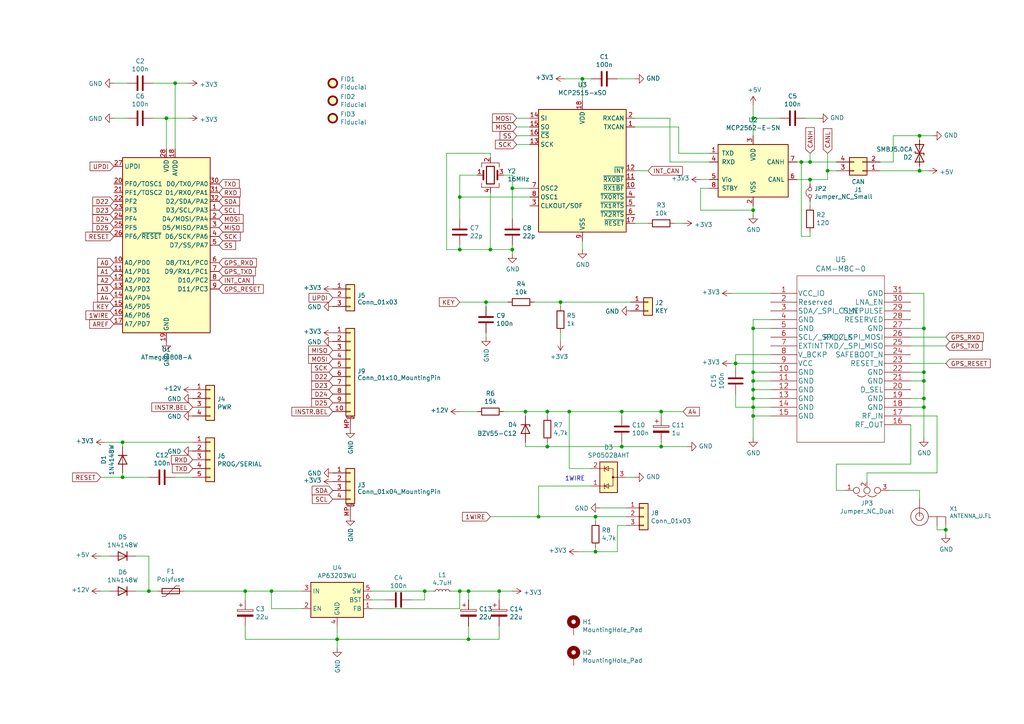
<source format=kicad_sch>
(kicad_sch (version 20230121) (generator eeschema)
  (paper "A4")
  (title_block (title "CAN Display") (date "2021-03-12") (rev "0.5.1") (company "fiz-o-matic"))
  (junction (at 191.77 119.38))
  (junction (at 218.44 34.29))
  (junction (at 165.1 119.38))
  (junction (at 97.79 185.42))
  (junction (at 218.44 60.96))
  (junction (at 144.78 171.45))
  (junction (at 267.97 107.95))
  (junction (at 158.75 129.54))
  (junction (at 191.77 129.54))
  (junction (at 168.91 22.86))
  (junction (at 148.59 72.39))
  (junction (at 274.32 153.67))
  (junction (at 234.95 52.07))
  (junction (at 123.19 171.45))
  (junction (at 135.89 185.42))
  (junction (at 218.44 115.57))
  (junction (at 267.97 118.11))
  (junction (at 218.44 95.25))
  (junction (at 135.89 171.45))
  (junction (at 133.35 72.39))
  (junction (at 43.18 171.45))
  (junction (at 162.56 87.63))
  (junction (at 35.56 128.27))
  (junction (at 71.12 171.45))
  (junction (at 267.97 95.25))
  (junction (at 218.44 107.95))
  (junction (at 152.4 119.38))
  (junction (at 267.97 110.49))
  (junction (at 156.21 149.86))
  (junction (at 142.24 72.39))
  (junction (at 48.26 34.29))
  (junction (at 133.35 171.45))
  (junction (at 78.74 171.45))
  (junction (at 213.36 105.41))
  (junction (at 172.72 160.02))
  (junction (at 266.7 39.37))
  (junction (at 50.8 24.13))
  (junction (at 180.34 119.38))
  (junction (at 158.75 119.38))
  (junction (at 133.35 57.15))
  (junction (at 232.41 46.99))
  (junction (at 180.34 129.54))
  (junction (at 218.44 113.03))
  (junction (at 172.72 149.86))
  (junction (at 148.59 54.61))
  (junction (at 234.95 46.99))
  (junction (at 240.03 49.53))
  (junction (at 218.44 110.49))
  (junction (at 218.44 120.65))
  (junction (at 267.97 115.57))
  (junction (at 140.97 87.63))
  (junction (at 218.44 118.11))
  (junction (at 35.56 138.43))
  (junction (at 266.7 49.53))
  (wire (pts (xy 196.85 44.45) (xy 205.74 44.45)))
  (wire (pts (xy 29.21 161.29) (xy 31.75 161.29)))
  (wire (pts (xy 35.56 137.16) (xy 35.56 138.43)))
  (wire (pts (xy 142.24 55.88) (xy 142.24 72.39)))
  (wire (pts (xy 148.59 50.8) (xy 148.59 54.61)))
  (wire (pts (xy 257.81 142.24) (xy 266.7 142.24)))
  (wire (pts (xy 234.95 46.99) (xy 242.57 46.99)))
  (wire (pts (xy 97.79 185.42) (xy 135.89 185.42)))
  (wire (pts (xy 133.35 176.53) (xy 133.35 171.45)))
  (wire (pts (xy 142.24 149.86) (xy 156.21 149.86)))
  (wire (pts (xy 35.56 138.43) (xy 43.18 138.43)))
  (wire (pts (xy 259.08 46.99) (xy 259.08 39.37)))
  (wire (pts (xy 267.97 110.49) (xy 267.97 115.57)))
  (wire (pts (xy 264.16 110.49) (xy 267.97 110.49)))
  (wire (pts (xy 271.78 153.67) (xy 274.32 153.67)))
  (wire (pts (xy 156.21 149.86) (xy 156.21 140.97)))
  (wire (pts (xy 163.83 22.86) (xy 168.91 22.86)))
  (wire (pts (xy 149.86 41.91) (xy 153.67 41.91)))
  (wire (pts (xy 123.19 173.99) (xy 123.19 171.45)))
  (wire (pts (xy 162.56 96.52) (xy 162.56 99.06)))
  (wire (pts (xy 264.16 118.11) (xy 267.97 118.11)))
  (wire (pts (xy 133.35 57.15) (xy 153.67 57.15)))
  (wire (pts (xy 149.86 39.37) (xy 153.67 39.37)))
  (wire (pts (xy 203.2 60.96) (xy 218.44 60.96)))
  (wire (pts (xy 259.08 39.37) (xy 266.7 39.37)))
  (wire (pts (xy 271.78 137.16) (xy 271.78 120.65)))
  (wire (pts (xy 172.72 149.86) (xy 181.61 149.86)))
  (wire (pts (xy 213.36 105.41) (xy 213.36 106.68)))
  (wire (pts (xy 172.72 151.13) (xy 172.72 149.86)))
  (wire (pts (xy 213.36 114.3) (xy 213.36 118.11)))
  (wire (pts (xy 152.4 120.65) (xy 152.4 119.38)))
  (wire (pts (xy 271.78 120.65) (xy 264.16 120.65)))
  (wire (pts (xy 154.94 87.63) (xy 162.56 87.63)))
  (wire (pts (xy 144.78 185.42) (xy 144.78 181.61)))
  (wire (pts (xy 133.35 119.38) (xy 138.43 119.38)))
  (wire (pts (xy 242.57 134.62) (xy 242.57 142.24)))
  (wire (pts (xy 165.1 135.89) (xy 171.45 135.89)))
  (wire (pts (xy 266.7 40.64) (xy 266.7 39.37)))
  (wire (pts (xy 195.58 64.77) (xy 198.12 64.77)))
  (wire (pts (xy 30.48 128.27) (xy 35.56 128.27)))
  (wire (pts (xy 44.45 24.13) (xy 50.8 24.13)))
  (wire (pts (xy 142.24 44.45) (xy 129.54 44.45)))
  (wire (pts (xy 213.36 105.41) (xy 212.09 105.41)))
  (wire (pts (xy 218.44 92.71) (xy 218.44 95.25)))
  (wire (pts (xy 264.16 123.19) (xy 264.16 134.62)))
  (wire (pts (xy 158.75 120.65) (xy 158.75 119.38)))
  (wire (pts (xy 71.12 171.45) (xy 78.74 171.45)))
  (wire (pts (xy 148.59 54.61) (xy 153.67 54.61)))
  (wire (pts (xy 269.24 49.53) (xy 266.7 49.53)))
  (wire (pts (xy 39.37 171.45) (xy 43.18 171.45)))
  (wire (pts (xy 148.59 63.5) (xy 148.59 54.61)))
  (wire (pts (xy 267.97 118.11) (xy 267.97 127)))
  (wire (pts (xy 264.16 115.57) (xy 267.97 115.57)))
  (wire (pts (xy 203.2 52.07) (xy 205.74 52.07)))
  (wire (pts (xy 223.52 120.65) (xy 218.44 120.65)))
  (wire (pts (xy 233.68 34.29) (xy 237.49 34.29)))
  (wire (pts (xy 213.36 102.87) (xy 223.52 102.87)))
  (wire (pts (xy 218.44 107.95) (xy 218.44 110.49)))
  (wire (pts (xy 191.77 119.38) (xy 198.12 119.38)))
  (wire (pts (xy 50.8 24.13) (xy 50.8 43.18)))
  (wire (pts (xy 274.32 152.4) (xy 274.32 153.67)))
  (wire (pts (xy 218.44 120.65) (xy 218.44 127)))
  (wire (pts (xy 33.02 24.13) (xy 36.83 24.13)))
  (wire (pts (xy 78.74 176.53) (xy 78.74 171.45)))
  (wire (pts (xy 50.8 138.43) (xy 55.88 138.43)))
  (wire (pts (xy 156.21 149.86) (xy 172.72 149.86)))
  (wire (pts (xy 234.95 68.58) (xy 234.95 67.31)))
  (wire (pts (xy 172.72 158.75) (xy 172.72 160.02)))
  (wire (pts (xy 146.05 50.8) (xy 148.59 50.8)))
  (wire (pts (xy 148.59 72.39) (xy 148.59 73.66)))
  (wire (pts (xy 184.15 49.53) (xy 187.96 49.53)))
  (wire (pts (xy 194.31 46.99) (xy 205.74 46.99)))
  (wire (pts (xy 172.72 160.02) (xy 179.07 160.02)))
  (wire (pts (xy 203.2 54.61) (xy 203.2 60.96)))
  (wire (pts (xy 71.12 171.45) (xy 71.12 173.99)))
  (wire (pts (xy 129.54 72.39) (xy 133.35 72.39)))
  (wire (pts (xy 223.52 105.41) (xy 213.36 105.41)))
  (wire (pts (xy 133.35 63.5) (xy 133.35 57.15)))
  (wire (pts (xy 167.64 160.02) (xy 172.72 160.02)))
  (wire (pts (xy 223.52 118.11) (xy 218.44 118.11)))
  (wire (pts (xy 232.41 46.99) (xy 234.95 46.99)))
  (wire (pts (xy 218.44 113.03) (xy 218.44 115.57)))
  (wire (pts (xy 251.46 139.7) (xy 251.46 137.16)))
  (wire (pts (xy 264.16 95.25) (xy 267.97 95.25)))
  (wire (pts (xy 194.31 34.29) (xy 194.31 46.99)))
  (wire (pts (xy 133.35 171.45) (xy 130.81 171.45)))
  (wire (pts (xy 264.16 134.62) (xy 242.57 134.62)))
  (wire (pts (xy 35.56 128.27) (xy 55.88 128.27)))
  (wire (pts (xy 168.91 69.85) (xy 168.91 72.39)))
  (wire (pts (xy 184.15 64.77) (xy 187.96 64.77)))
  (wire (pts (xy 149.86 36.83) (xy 153.67 36.83)))
  (wire (pts (xy 133.35 171.45) (xy 135.89 171.45)))
  (wire (pts (xy 232.41 46.99) (xy 232.41 68.58)))
  (wire (pts (xy 218.44 95.25) (xy 218.44 107.95)))
  (wire (pts (xy 240.03 52.07) (xy 240.03 49.53)))
  (wire (pts (xy 180.34 128.27) (xy 180.34 129.54)))
  (wire (pts (xy 152.4 128.27) (xy 152.4 129.54)))
  (wire (pts (xy 242.57 142.24) (xy 245.11 142.24)))
  (wire (pts (xy 158.75 128.27) (xy 158.75 129.54)))
  (wire (pts (xy 48.26 34.29) (xy 54.61 34.29)))
  (wire (pts (xy 97.79 185.42) (xy 97.79 187.96)))
  (wire (pts (xy 44.45 34.29) (xy 48.26 34.29)))
  (wire (pts (xy 234.95 59.69) (xy 234.95 58.42)))
  (wire (pts (xy 158.75 129.54) (xy 180.34 129.54)))
  (wire (pts (xy 180.34 120.65) (xy 180.34 119.38)))
  (wire (pts (xy 179.07 22.86) (xy 184.15 22.86)))
  (wire (pts (xy 180.34 119.38) (xy 191.77 119.38)))
  (wire (pts (xy 39.37 161.29) (xy 43.18 161.29)))
  (wire (pts (xy 223.52 115.57) (xy 218.44 115.57)))
  (wire (pts (xy 162.56 88.9) (xy 162.56 87.63)))
  (wire (pts (xy 135.89 181.61) (xy 135.89 185.42)))
  (wire (pts (xy 191.77 120.65) (xy 191.77 119.38)))
  (wire (pts (xy 140.97 88.9) (xy 140.97 87.63)))
  (wire (pts (xy 152.4 129.54) (xy 158.75 129.54)))
  (wire (pts (xy 173.99 147.32) (xy 181.61 147.32)))
  (wire (pts (xy 168.91 29.21) (xy 168.91 22.86)))
  (wire (pts (xy 158.75 119.38) (xy 165.1 119.38)))
  (wire (pts (xy 266.7 39.37) (xy 270.51 39.37)))
  (wire (pts (xy 212.09 85.09) (xy 223.52 85.09)))
  (wire (pts (xy 266.7 48.26) (xy 266.7 49.53)))
  (wire (pts (xy 266.7 142.24) (xy 266.7 144.78)))
  (wire (pts (xy 142.24 72.39) (xy 148.59 72.39)))
  (wire (pts (xy 205.74 54.61) (xy 203.2 54.61)))
  (wire (pts (xy 234.95 52.07) (xy 240.03 52.07)))
  (wire (pts (xy 171.45 22.86) (xy 168.91 22.86)))
  (wire (pts (xy 223.52 113.03) (xy 218.44 113.03)))
  (wire (pts (xy 107.95 173.99) (xy 111.76 173.99)))
  (wire (pts (xy 240.03 44.45) (xy 240.03 49.53)))
  (wire (pts (xy 218.44 30.48) (xy 218.44 34.29)))
  (wire (pts (xy 53.34 171.45) (xy 71.12 171.45)))
  (wire (pts (xy 231.14 52.07) (xy 234.95 52.07)))
  (wire (pts (xy 196.85 36.83) (xy 196.85 44.45)))
  (wire (pts (xy 107.95 176.53) (xy 133.35 176.53)))
  (wire (pts (xy 162.56 87.63) (xy 182.88 87.63)))
  (wire (pts (xy 33.02 34.29) (xy 36.83 34.29)))
  (wire (pts (xy 152.4 119.38) (xy 158.75 119.38)))
  (wire (pts (xy 264.16 85.09) (xy 267.97 85.09)))
  (wire (pts (xy 135.89 171.45) (xy 144.78 171.45)))
  (wire (pts (xy 78.74 171.45) (xy 87.63 171.45)))
  (wire (pts (xy 29.21 138.43) (xy 35.56 138.43)))
  (wire (pts (xy 223.52 107.95) (xy 218.44 107.95)))
  (wire (pts (xy 133.35 87.63) (xy 140.97 87.63)))
  (wire (pts (xy 267.97 107.95) (xy 267.97 110.49)))
  (wire (pts (xy 213.36 118.11) (xy 218.44 118.11)))
  (wire (pts (xy 43.18 171.45) (xy 45.72 171.45)))
  (wire (pts (xy 218.44 60.96) (xy 218.44 62.23)))
  (wire (pts (xy 180.34 129.54) (xy 191.77 129.54)))
  (wire (pts (xy 274.32 100.33) (xy 264.16 100.33)))
  (wire (pts (xy 218.44 110.49) (xy 218.44 113.03)))
  (wire (pts (xy 232.41 68.58) (xy 234.95 68.58)))
  (wire (pts (xy 184.15 36.83) (xy 196.85 36.83)))
  (wire (pts (xy 129.54 44.45) (xy 129.54 72.39)))
  (wire (pts (xy 267.97 85.09) (xy 267.97 95.25)))
  (wire (pts (xy 142.24 45.72) (xy 142.24 44.45)))
  (wire (pts (xy 123.19 171.45) (xy 125.73 171.45)))
  (wire (pts (xy 71.12 181.61) (xy 71.12 185.42)))
  (wire (pts (xy 181.61 138.43) (xy 184.15 138.43)))
  (wire (pts (xy 107.95 171.45) (xy 123.19 171.45)))
  (wire (pts (xy 255.27 46.99) (xy 259.08 46.99)))
  (wire (pts (xy 35.56 129.54) (xy 35.56 128.27)))
  (wire (pts (xy 271.78 152.4) (xy 271.78 153.67)))
  (wire (pts (xy 213.36 105.41) (xy 213.36 102.87)))
  (wire (pts (xy 87.63 176.53) (xy 78.74 176.53)))
  (wire (pts (xy 267.97 115.57) (xy 267.97 118.11)))
  (wire (pts (xy 234.95 44.45) (xy 234.95 46.99)))
  (wire (pts (xy 119.38 173.99) (xy 123.19 173.99)))
  (wire (pts (xy 165.1 119.38) (xy 180.34 119.38)))
  (wire (pts (xy 144.78 171.45) (xy 148.59 171.45)))
  (wire (pts (xy 140.97 87.63) (xy 147.32 87.63)))
  (wire (pts (xy 240.03 49.53) (xy 242.57 49.53)))
  (wire (pts (xy 140.97 96.52) (xy 140.97 97.79)))
  (wire (pts (xy 191.77 129.54) (xy 199.39 129.54)))
  (wire (pts (xy 179.07 160.02) (xy 179.07 152.4)))
  (wire (pts (xy 146.05 119.38) (xy 152.4 119.38)))
  (wire (pts (xy 274.32 97.79) (xy 264.16 97.79)))
  (wire (pts (xy 251.46 137.16) (xy 271.78 137.16)))
  (wire (pts (xy 71.12 185.42) (xy 97.79 185.42)))
  (wire (pts (xy 156.21 140.97) (xy 171.45 140.97)))
  (wire (pts (xy 218.44 118.11) (xy 218.44 120.65)))
  (wire (pts (xy 264.16 107.95) (xy 267.97 107.95)))
  (wire (pts (xy 223.52 110.49) (xy 218.44 110.49)))
  (wire (pts (xy 48.26 34.29) (xy 48.26 43.18)))
  (wire (pts (xy 138.43 50.8) (xy 133.35 50.8)))
  (wire (pts (xy 135.89 171.45) (xy 135.89 173.99)))
  (wire (pts (xy 274.32 153.67) (xy 274.32 154.94)))
  (wire (pts (xy 133.35 50.8) (xy 133.35 57.15)))
  (wire (pts (xy 274.32 105.41) (xy 264.16 105.41)))
  (wire (pts (xy 144.78 171.45) (xy 144.78 173.99)))
  (wire (pts (xy 223.52 95.25) (xy 218.44 95.25)))
  (wire (pts (xy 149.86 34.29) (xy 153.67 34.29)))
  (wire (pts (xy 191.77 128.27) (xy 191.77 129.54)))
  (wire (pts (xy 255.27 49.53) (xy 266.7 49.53)))
  (wire (pts (xy 218.44 59.69) (xy 218.44 60.96)))
  (wire (pts (xy 218.44 115.57) (xy 218.44 118.11)))
  (wire (pts (xy 97.79 181.61) (xy 97.79 185.42)))
  (wire (pts (xy 231.14 46.99) (xy 232.41 46.99)))
  (wire (pts (xy 43.18 161.29) (xy 43.18 171.45)))
  (wire (pts (xy 148.59 71.12) (xy 148.59 72.39)))
  (wire (pts (xy 223.52 92.71) (xy 218.44 92.71)))
  (wire (pts (xy 135.89 185.42) (xy 144.78 185.42)))
  (wire (pts (xy 165.1 119.38) (xy 165.1 135.89)))
  (wire (pts (xy 234.95 53.34) (xy 234.95 52.07)))
  (wire (pts (xy 50.8 24.13) (xy 54.61 24.13)))
  (wire (pts (xy 218.44 34.29) (xy 218.44 39.37)))
  (wire (pts (xy 133.35 72.39) (xy 142.24 72.39)))
  (wire (pts (xy 133.35 71.12) (xy 133.35 72.39)))
  (wire (pts (xy 29.21 171.45) (xy 31.75 171.45)))
  (wire (pts (xy 267.97 95.25) (xy 267.97 107.95)))
  (wire (pts (xy 226.06 34.29) (xy 218.44 34.29)))
  (wire (pts (xy 179.07 152.4) (xy 181.61 152.4)))
  (wire (pts (xy 184.15 34.29) (xy 194.31 34.29)))
  (text "1WIRE" (at 163.83 139.7 0) (effects (font (size 1.27 1.27)) (justify left bottom)))
  (global_label "1WIRE" (shape input) (at 142.24 149.86 180) (property "Intersheetrefs" "${INTERSHEET_REFS}" (effects hide)))
  (global_label "MISO" (shape input) (at 149.86 36.83 180) (property "Intersheetrefs" "${INTERSHEET_REFS}" (effects hide)))
  (global_label "MISO" (shape input) (at 96.52 101.6 180) (property "Intersheetrefs" "${INTERSHEET_REFS}" (effects hide)))
  (global_label "RXD" (shape input) (at 63.5 55.88 0) (property "Intersheetrefs" "${INTERSHEET_REFS}" (effects hide)))
  (global_label "UPDI" (shape input) (at 33.02 48.26 180) (property "Intersheetrefs" "${INTERSHEET_REFS}" (effects hide)))
  (global_label "KEY" (shape input) (at 133.35 87.63 180) (property "Intersheetrefs" "${INTERSHEET_REFS}" (effects hide)))
  (global_label "INT_CAN" (shape input) (at 63.5 81.28 0) (property "Intersheetrefs" "${INTERSHEET_REFS}" (effects hide)))
  (global_label "TXD" (shape input) (at 55.88 135.89 180) (property "Intersheetrefs" "${INTERSHEET_REFS}" (effects hide)))
  (global_label "RESET" (shape input) (at 33.02 68.58 180) (property "Intersheetrefs" "${INTERSHEET_REFS}" (effects hide)))
  (global_label "INSTR.BEL" (shape input) (at 96.52 119.38 180) (property "Intersheetrefs" "${INTERSHEET_REFS}" (effects hide)))
  (global_label "A4" (shape input) (at 198.12 119.38 0) (property "Intersheetrefs" "${INTERSHEET_REFS}" (effects hide)))
  (global_label "AREF" (shape input) (at 33.02 93.98 180) (property "Intersheetrefs" "${INTERSHEET_REFS}" (effects hide)))
  (global_label "D23" (shape input) (at 96.52 111.76 180) (property "Intersheetrefs" "${INTERSHEET_REFS}" (effects hide)))
  (global_label "SS" (shape input) (at 149.86 39.37 180) (property "Intersheetrefs" "${INTERSHEET_REFS}" (effects hide)))
  (global_label "MOSI" (shape input) (at 96.52 104.14 180) (property "Intersheetrefs" "${INTERSHEET_REFS}" (effects hide)))
  (global_label "D25" (shape input) (at 96.52 116.84 180) (property "Intersheetrefs" "${INTERSHEET_REFS}" (effects hide)))
  (global_label "A0" (shape input) (at 33.02 76.2 180) (property "Intersheetrefs" "${INTERSHEET_REFS}" (effects hide)))
  (global_label "MISO" (shape input) (at 63.5 66.04 0) (property "Intersheetrefs" "${INTERSHEET_REFS}" (effects hide)))
  (global_label "SCL" (shape input) (at 96.52 144.78 180) (property "Intersheetrefs" "${INTERSHEET_REFS}" (effects hide)))
  (global_label "A4" (shape input) (at 33.02 86.36 180) (property "Intersheetrefs" "${INTERSHEET_REFS}" (effects hide)))
  (global_label "D24" (shape input) (at 33.02 63.5 180) (property "Intersheetrefs" "${INTERSHEET_REFS}" (effects hide)))
  (global_label "D24" (shape input) (at 96.52 114.3 180) (property "Intersheetrefs" "${INTERSHEET_REFS}" (effects hide)))
  (global_label "SDA" (shape input) (at 63.5 58.42 0) (property "Intersheetrefs" "${INTERSHEET_REFS}" (effects hide)))
  (global_label "INT_CAN" (shape input) (at 187.96 49.53 0) (property "Intersheetrefs" "${INTERSHEET_REFS}" (effects hide)))
  (global_label "1WIRE" (shape input) (at 33.02 91.44 180) (property "Intersheetrefs" "${INTERSHEET_REFS}" (effects hide)))
  (global_label "SCL" (shape input) (at 63.5 60.96 0) (property "Intersheetrefs" "${INTERSHEET_REFS}" (effects hide)))
  (global_label "A3" (shape input) (at 33.02 83.82 180) (property "Intersheetrefs" "${INTERSHEET_REFS}" (effects hide)))
  (global_label "MOSI" (shape input) (at 149.86 34.29 180) (property "Intersheetrefs" "${INTERSHEET_REFS}" (effects hide)))
  (global_label "SCK" (shape input) (at 63.5 68.58 0) (property "Intersheetrefs" "${INTERSHEET_REFS}" (effects hide)))
  (global_label "SS" (shape input) (at 63.5 71.12 0) (property "Intersheetrefs" "${INTERSHEET_REFS}" (effects hide)))
  (global_label "UPDI" (shape input) (at 96.52 86.36 180) (property "Intersheetrefs" "${INTERSHEET_REFS}" (effects hide)))
  (global_label "SCK" (shape input) (at 149.86 41.91 180) (property "Intersheetrefs" "${INTERSHEET_REFS}" (effects hide)))
  (global_label "GPS_RXD" (shape input) (at 63.5 76.2 0) (property "Intersheetrefs" "${INTERSHEET_REFS}" (effects hide)))
  (global_label "D22" (shape input) (at 33.02 58.42 180) (property "Intersheetrefs" "${INTERSHEET_REFS}" (effects hide)))
  (global_label "CANL" (shape input) (at 240.03 44.45 90) (property "Intersheetrefs" "${INTERSHEET_REFS}" (effects hide)))
  (global_label "D22" (shape input) (at 96.52 109.22 180) (property "Intersheetrefs" "${INTERSHEET_REFS}" (effects hide)))
  (global_label "GPS_RESET" (shape input) (at 274.32 105.41 0) (property "Intersheetrefs" "${INTERSHEET_REFS}" (effects hide)))
  (global_label "RESET" (shape input) (at 29.21 138.43 180) (property "Intersheetrefs" "${INTERSHEET_REFS}" (effects hide)))
  (global_label "GPS_RESET" (shape input) (at 63.5 83.82 0) (property "Intersheetrefs" "${INTERSHEET_REFS}" (effects hide)))
  (global_label "TXD" (shape input) (at 63.5 53.34 0) (property "Intersheetrefs" "${INTERSHEET_REFS}" (effects hide)))
  (global_label "GPS_TXD" (shape input) (at 274.32 100.33 0) (property "Intersheetrefs" "${INTERSHEET_REFS}" (effects hide)))
  (global_label "SCK" (shape input) (at 96.52 106.68 180) (property "Intersheetrefs" "${INTERSHEET_REFS}" (effects hide)))
  (global_label "A1" (shape input) (at 33.02 78.74 180) (property "Intersheetrefs" "${INTERSHEET_REFS}" (effects hide)))
  (global_label "GPS_TXD" (shape input) (at 63.5 78.74 0) (property "Intersheetrefs" "${INTERSHEET_REFS}" (effects hide)))
  (global_label "CANH" (shape input) (at 234.95 44.45 90) (property "Intersheetrefs" "${INTERSHEET_REFS}" (effects hide)))
  (global_label "D23" (shape input) (at 33.02 60.96 180) (property "Intersheetrefs" "${INTERSHEET_REFS}" (effects hide)))
  (global_label "KEY" (shape input) (at 33.02 88.9 180) (property "Intersheetrefs" "${INTERSHEET_REFS}" (effects hide)))
  (global_label "RXD" (shape input) (at 55.88 133.35 180) (property "Intersheetrefs" "${INTERSHEET_REFS}" (effects hide)))
  (global_label "GPS_RXD" (shape input) (at 274.32 97.79 0) (property "Intersheetrefs" "${INTERSHEET_REFS}" (effects hide)))
  (global_label "D25" (shape input) (at 33.02 66.04 180) (property "Intersheetrefs" "${INTERSHEET_REFS}" (effects hide)))
  (global_label "MOSI" (shape input) (at 63.5 63.5 0) (property "Intersheetrefs" "${INTERSHEET_REFS}" (effects hide)))
  (global_label "A2" (shape input) (at 33.02 81.28 180) (property "Intersheetrefs" "${INTERSHEET_REFS}" (effects hide)))
  (global_label "INSTR.BEL" (shape input) (at 55.88 118.11 180) (property "Intersheetrefs" "${INTERSHEET_REFS}" (effects hide)))
  (global_label "SDA" (shape input) (at 96.52 142.24 180) (property "Intersheetrefs" "${INTERSHEET_REFS}" (effects hide)))
  (symbol (lib_id "Device:C") (at 148.59 67.31 0) (unit 1)
    (property "Reference" "C8" (at 151.511 66.1416 0) (effects (justify left)))
    (property "Value" "22p" (at 151.511 68.453 0) (effects (justify left)))
    (property "Footprint" "Capacitor_SMD:C_0805_2012Metric_Pad1.18x1.45mm_HandSolder" (effects hide))
  )
  (symbol (lib_id "Device:C") (at 133.35 67.31 0) (unit 1)
    (property "Reference" "C7" (at 136.271 66.1416 0) (effects (justify left)))
    (property "Value" "22p" (at 136.271 68.453 0) (effects (justify left)))
    (property "Footprint" "Capacitor_SMD:C_0805_2012Metric_Pad1.18x1.45mm_HandSolder" (effects hide))
  )
  (symbol (lib_id "power:+5V") (at 218.44 30.48 0) (unit 1)
    (property "Reference" "#PWR09" (effects hide))
    (property "Value" "+5V" (at 218.821 26.0858 0))
  )
  (symbol (lib_id "power:GND") (at 218.44 62.23 0) (unit 1)
    (property "Reference" "#PWR017" (effects hide))
    (property "Value" "GND" (at 218.567 66.6242 0))
  )
  (symbol (lib_id "power:GND") (at 168.91 72.39 0) (unit 1)
    (property "Reference" "#PWR019" (effects hide))
    (property "Value" "GND" (at 169.037 76.7842 0))
  )
  (symbol (lib_id "power:GND") (at 148.59 73.66 0) (unit 1)
    (property "Reference" "#PWR020" (effects hide))
    (property "Value" "GND" (at 148.717 78.0542 0))
  )
  (symbol (lib_id "Device:R") (at 234.95 63.5 0) (unit 1)
    (property "Reference" "R2" (at 236.728 62.3316 0) (effects (justify left)))
    (property "Value" "120" (at 236.728 64.643 0) (effects (justify left)))
    (property "Footprint" "Resistor_SMD:R_0805_2012Metric_Pad1.20x1.40mm_HandSolder" (effects hide))
  )
  (symbol (lib_id "SmartDisplay-rescue:Jumper_NC_Small-Device") (at 234.95 55.88 90) (unit 1)
    (property "Reference" "JP2" (at 236.1438 54.7116 90) (effects (justify right)))
    (property "Value" "Jumper_NC_Small" (at 236.1438 57.023 90) (effects (justify right)))
    (property "Footprint" "Jumper:SolderJumper-2_P1.3mm_Open_RoundedPad1.0x1.5mm" (effects hide))
  )
  (symbol (lib_id "Device:C") (at 46.99 138.43 270) (unit 1)
    (property "Reference" "C12" (at 46.99 132.0292 90))
    (property "Value" "100n" (at 46.99 134.3406 90))
    (property "Footprint" "Capacitor_SMD:C_0805_2012Metric_Pad1.18x1.45mm_HandSolder" (effects hide))
  )
  (symbol (lib_id "power:+5V") (at 269.24 49.53 270) (unit 1)
    (property "Reference" "#PWR015" (effects hide))
    (property "Value" "+5V" (at 272.4912 49.911 90) (effects (justify left)))
  )
  (symbol (lib_id "power:+12V") (at 55.88 113.03 90) (unit 1)
    (property "Reference" "#PWR025" (effects hide))
    (property "Value" "+12V" (at 52.6288 112.649 90) (effects (justify left)))
  )
  (symbol (lib_id "Device:C") (at 229.87 34.29 270) (unit 1)
    (property "Reference" "C5" (at 229.87 27.8892 90))
    (property "Value" "100n" (at 229.87 30.2006 90))
    (property "Footprint" "Capacitor_SMD:C_0805_2012Metric_Pad1.18x1.45mm_HandSolder" (effects hide))
  )
  (symbol (lib_id "Device:C") (at 175.26 22.86 270) (unit 1)
    (property "Reference" "C1" (at 175.26 16.4592 90))
    (property "Value" "100n" (at 175.26 18.7706 90))
    (property "Footprint" "Capacitor_SMD:C_0805_2012Metric_Pad1.18x1.45mm_HandSolder" (effects hide))
  )
  (symbol (lib_id "Device:C") (at 40.64 34.29 270) (unit 1)
    (property "Reference" "C6" (at 40.64 27.8892 90))
    (property "Value" "100n" (at 40.64 30.2006 90))
    (property "Footprint" "Capacitor_SMD:C_0805_2012Metric_Pad1.18x1.45mm_HandSolder" (effects hide))
  )
  (symbol (lib_id "power:GND") (at 48.26 99.06 0) (unit 1)
    (property "Reference" "#PWR012" (effects hide))
    (property "Value" "GND" (at 48.387 102.3112 90) (effects (justify right)))
  )
  (symbol (lib_id "power:GND") (at 184.15 22.86 90) (unit 1)
    (property "Reference" "#PWR08" (effects hide))
    (property "Value" "GND" (at 187.4012 22.733 90) (effects (justify right)))
  )
  (symbol (lib_id "power:GND") (at 237.49 34.29 90) (unit 1)
    (property "Reference" "#PWR011" (effects hide))
    (property "Value" "GND" (at 240.7412 34.163 90) (effects (justify right)))
  )
  (symbol (lib_id "power:GND") (at 55.88 120.65 270) (unit 1)
    (property "Reference" "#PWR029" (effects hide))
    (property "Value" "GND" (at 52.6288 120.777 90) (effects (justify right)))
  )
  (symbol (lib_id "Connector_Generic:Conn_02x02_Top_Bottom") (at 250.19 49.53 180) (unit 1)
    (property "Reference" "J1" (at 248.92 55.0418 0))
    (property "Value" "CAN" (at 248.92 52.7304 0))
    (property "Footprint" "Connector_Molex:Molex_Micro-Fit_3.0_43045-0412_2x02_P3.00mm_Vertical" (effects hide))
  )
  (symbol (lib_id "power:GND") (at 173.99 147.32 270) (unit 1)
    (property "Reference" "#PWR039" (effects hide))
    (property "Value" "GND" (at 170.7388 147.447 90) (effects (justify right)))
  )
  (symbol (lib_id "Device:R") (at 172.72 154.94 0) (unit 1)
    (property "Reference" "R8" (at 174.498 153.7716 0) (effects (justify left)))
    (property "Value" "4,7k" (at 174.498 156.083 0) (effects (justify left)))
    (property "Footprint" "Resistor_SMD:R_0805_2012Metric_Pad1.20x1.40mm_HandSolder" (effects hide))
  )
  (symbol (lib_id "Interface_CAN_LIN:MCP2562-E-SN") (at 218.44 49.53 0) (unit 1)
    (property "Reference" "U2" (at 218.44 34.7726 0))
    (property "Value" "MCP2562-E-SN" (at 218.44 37.084 0))
    (property "Footprint" "Package_SO:SOIC-8_3.9x4.9mm_P1.27mm" (effects hide))
    (property "Datasheet" "http://ww1.microchip.com/downloads/en/DeviceDoc/25167A.pdf" (effects hide))
  )
  (symbol (lib_id "Device:R") (at 191.77 64.77 270) (unit 1)
    (property "Reference" "R3" (at 191.77 59.5122 90))
    (property "Value" "10k" (at 191.77 61.8236 90))
    (property "Footprint" "Resistor_SMD:R_0805_2012Metric_Pad1.20x1.40mm_HandSolder" (effects hide))
  )
  (symbol (lib_id "Mechanical:MountingHole_Pad") (at 166.37 181.61 0) (unit 1)
    (property "Reference" "H1" (at 168.91 180.3654 0) (effects (justify left)))
    (property "Value" "MountingHole_Pad" (at 168.91 182.6768 0) (effects (justify left)))
    (property "Footprint" "MountingHole:MountingHole_3.2mm_M3_Pad_Via" (effects hide))
  )
  (symbol (lib_id "Mechanical:MountingHole_Pad") (at 166.37 190.5 0) (unit 1)
    (property "Reference" "H2" (at 168.91 189.2554 0) (effects (justify left)))
    (property "Value" "MountingHole_Pad" (at 168.91 191.5668 0) (effects (justify left)))
    (property "Footprint" "MountingHole:MountingHole_3.2mm_M3_Pad_Via" (effects hide))
  )
  (symbol (lib_id "Device:C") (at 140.97 92.71 0) (unit 1)
    (property "Reference" "C9" (at 143.891 91.5416 0) (effects (justify left)))
    (property "Value" "100n" (at 143.891 93.853 0) (effects (justify left)))
    (property "Footprint" "Capacitor_SMD:C_0805_2012Metric_Pad1.18x1.45mm_HandSolder" (effects hide))
  )
  (symbol (lib_id "Device:R") (at 151.13 87.63 270) (unit 1)
    (property "Reference" "R4" (at 151.13 82.3722 90))
    (property "Value" "10k" (at 151.13 84.6836 90))
    (property "Footprint" "Resistor_SMD:R_0805_2012Metric_Pad1.20x1.40mm_HandSolder" (effects hide))
  )
  (symbol (lib_id "Device:R") (at 162.56 92.71 0) (unit 1)
    (property "Reference" "R5" (at 164.338 91.5416 0) (effects (justify left)))
    (property "Value" "1k" (at 164.338 93.853 0) (effects (justify left)))
    (property "Footprint" "Resistor_SMD:R_0805_2012Metric_Pad1.20x1.40mm_HandSolder" (effects hide))
  )
  (symbol (lib_id "power:GND") (at 140.97 97.79 0) (unit 1)
    (property "Reference" "#PWR022" (effects hide))
    (property "Value" "GND" (at 141.097 101.0412 90) (effects (justify right)))
  )
  (symbol (lib_id "Device:R") (at 142.24 119.38 270) (unit 1)
    (property "Reference" "R6" (at 142.24 114.1222 90))
    (property "Value" "15k" (at 142.24 116.4336 90))
    (property "Footprint" "Resistor_SMD:R_0805_2012Metric_Pad1.20x1.40mm_HandSolder" (effects hide))
  )
  (symbol (lib_id "Device:R") (at 158.75 124.46 0) (unit 1)
    (property "Reference" "R7" (at 160.528 123.2916 0) (effects (justify left)))
    (property "Value" "4,7k" (at 160.528 125.603 0) (effects (justify left)))
    (property "Footprint" "Resistor_SMD:R_0805_2012Metric_Pad1.20x1.40mm_HandSolder" (effects hide))
  )
  (symbol (lib_id "Device:C") (at 180.34 124.46 0) (unit 1)
    (property "Reference" "C10" (at 183.261 123.2916 0) (effects (justify left)))
    (property "Value" "100n" (at 183.261 125.603 0) (effects (justify left)))
    (property "Footprint" "Capacitor_SMD:C_0805_2012Metric_Pad1.18x1.45mm_HandSolder" (effects hide))
  )
  (symbol (lib_id "SmartDisplay-rescue:CP-Device") (at 191.77 124.46 0) (unit 1)
    (property "Reference" "C11" (at 194.7672 123.2916 0) (effects (justify left)))
    (property "Value" "1u" (at 194.7672 125.603 0) (effects (justify left)))
    (property "Footprint" "Capacitor_SMD:C_1206_3216Metric_Pad1.33x1.80mm_HandSolder" (effects hide))
  )
  (symbol (lib_id "Device:D_Zener") (at 152.4 124.46 270) (unit 1)
    (property "Reference" "D4" (at 147.32 123.19 90) (effects (justify left)))
    (property "Value" "BZV55-C12" (at 138.43 125.73 90) (effects (justify left)))
    (property "Footprint" "Diode_SMD:D_MiniMELF" (effects hide))
    (property "MPN" "BZV55-C12,115" (effects hide))
  )
  (symbol (lib_id "power:GND") (at 199.39 129.54 90) (unit 1)
    (property "Reference" "#PWR035" (effects hide))
    (property "Value" "GND" (at 202.6412 129.413 90) (effects (justify right)))
  )
  (symbol (lib_id "power:GND") (at 55.88 115.57 270) (unit 1)
    (property "Reference" "#PWR026" (effects hide))
    (property "Value" "GND" (at 52.6288 115.697 90) (effects (justify right)))
  )
  (symbol (lib_id "power:GND") (at 182.88 90.17 270) (unit 1)
    (property "Reference" "#PWR021" (effects hide))
    (property "Value" "GND" (at 179.6288 90.297 90) (effects (justify right)))
  )
  (symbol (lib_id "Device:D_TVS") (at 266.7 44.45 90) (unit 1)
    (property "Reference" "D2" (at 264.668 45.6184 90) (effects (justify left)))
    (property "Value" "SMBJ5.0CA" (at 264.668 43.307 90) (effects (justify left)))
    (property "Footprint" "Diode_SMD:D_SMB" (effects hide))
    (property "Reichelt" "P6SMB 5,0CA SMD" (effects hide))
  )
  (symbol (lib_id "power:GND") (at 270.51 39.37 90) (unit 1)
    (property "Reference" "#PWR013" (effects hide))
    (property "Value" "GND" (at 273.7612 39.243 90) (effects (justify right)))
  )
  (symbol (lib_id "Connector_Generic:Conn_01x05") (at 60.96 133.35 0) (unit 1)
    (property "Reference" "J6" (at 62.992 132.2832 0) (effects (justify left)))
    (property "Value" "PROG/SERIAL" (at 62.992 134.5946 0) (effects (justify left)))
    (property "Footprint" "Connector_JST:JST_XH_B5B-XH-A_1x05_P2.50mm_Vertical" (effects hide))
  )
  (symbol (lib_id "power:GND") (at 55.88 130.81 270) (unit 1)
    (property "Reference" "#PWR034" (effects hide))
    (property "Value" "GND" (at 52.6288 130.937 90) (effects (justify right)))
  )
  (symbol (lib_id "power:GND") (at 96.52 88.9 270) (unit 1)
    (property "Reference" "#PWR030" (effects hide))
    (property "Value" "GND" (at 93.2688 89.027 90) (effects (justify right)))
  )
  (symbol (lib_id "power:GND") (at 96.52 99.06 270) (unit 1)
    (property "Reference" "#PWR036" (effects hide))
    (property "Value" "GND" (at 93.2688 99.187 90) (effects (justify right)))
  )
  (symbol (lib_id "power:+12V") (at 133.35 119.38 90) (unit 1)
    (property "Reference" "#PWR031" (effects hide))
    (property "Value" "+12V" (at 130.0988 118.999 90) (effects (justify left)))
  )
  (symbol (lib_id "Connector_Generic:Conn_01x04") (at 60.96 115.57 0) (unit 1)
    (property "Reference" "J4" (at 62.992 115.7732 0) (effects (justify left)))
    (property "Value" "PWR" (at 62.992 118.0846 0) (effects (justify left)))
    (property "Footprint" "Connector_JST:JST_XH_B4B-XH-A_1x04_P2.50mm_Vertical" (effects hide))
  )
  (symbol (lib_id "Connector_Generic:Conn_01x02") (at 187.96 87.63 0) (unit 1)
    (property "Reference" "J2" (at 189.992 87.8332 0) (effects (justify left)))
    (property "Value" "KEY" (at 189.992 90.1446 0) (effects (justify left)))
    (property "Footprint" "Connector_JST:JST_XH_B2B-XH-A_1x02_P2.50mm_Vertical" (effects hide))
  )
  (symbol (lib_id "Device:Crystal_GND24") (at 142.24 50.8 0) (unit 1)
    (property "Reference" "Y2" (at 147.1676 49.6316 0) (effects (justify left)))
    (property "Value" "16MHz" (at 147.1676 51.943 0) (effects (justify left)))
    (property "Footprint" "Crystal:Crystal_SMD_EuroQuartz_MJ-4Pin_5.0x3.2mm" (effects hide))
    (property "Reichelt" "16,000000-MJ" (effects hide))
  )
  (symbol (lib_id "Interface_CAN_LIN:MCP2515-xSO") (at 168.91 49.53 0) (unit 1)
    (property "Reference" "U3" (at 168.91 24.6126 0))
    (property "Value" "MCP2515-xSO" (at 168.91 26.924 0))
    (property "Footprint" "Package_SO:SOIC-18W_7.5x11.6mm_P1.27mm" (effects hide))
    (property "Datasheet" "http://ww1.microchip.com/downloads/en/DeviceDoc/21801e.pdf" (effects hide))
  )
  (symbol (lib_id "power:+12V") (at 29.21 171.45 90) (unit 1)
    (property "Reference" "#PWR0106" (effects hide))
    (property "Value" "+12V" (at 25.9588 171.069 90) (effects (justify left)))
  )
  (symbol (lib_id "power:GND") (at 97.79 187.96 0) (unit 1)
    (property "Reference" "#PWR0107" (effects hide))
    (property "Value" "GND" (at 97.917 191.2112 90) (effects (justify right)))
  )
  (symbol (lib_id "SmartDisplay-rescue:ATmega4808-A-fiz-o-matic") (at 48.26 71.12 0) (unit 1)
    (property "Reference" "U1" (at 48.26 101.3206 0))
    (property "Value" "ATmega4808-A" (at 48.26 103.632 0))
    (property "Footprint" "Package_QFP:TQFP-32_7x7mm_P0.8mm" (effects hide))
    (property "Datasheet" "http://ww1.microchip.com/downloads/en/DeviceDoc/40002017A.pdf" (effects hide))
  )
  (symbol (lib_id "Device:C") (at 40.64 24.13 270) (unit 1)
    (property "Reference" "C2" (at 40.64 17.7292 90))
    (property "Value" "100n" (at 40.64 20.0406 90))
    (property "Footprint" "Capacitor_SMD:C_0805_2012Metric_Pad1.18x1.45mm_HandSolder" (effects hide))
  )
  (symbol (lib_id "power:GND") (at 33.02 24.13 270) (unit 1)
    (property "Reference" "#PWR0103" (effects hide))
    (property "Value" "GND" (at 29.7688 24.257 90) (effects (justify right)))
  )
  (symbol (lib_id "power:GND") (at 33.02 34.29 270) (unit 1)
    (property "Reference" "#PWR0104" (effects hide))
    (property "Value" "GND" (at 29.7688 34.417 90) (effects (justify right)))
  )
  (symbol (lib_id "Device:Polyfuse") (at 49.53 171.45 270) (unit 1)
    (property "Reference" "F1" (at 49.53 165.735 90))
    (property "Value" "Polyfuse" (at 49.53 168.0464 90))
    (property "Footprint" "Fuse:Fuse_1210_3225Metric_Pad1.42x2.65mm_HandSolder" (effects hide))
  )
  (symbol (lib_id "Mechanical:Fiducial") (at 96.52 24.13 0) (unit 1)
    (property "Reference" "FID1" (at 98.679 22.9616 0) (effects (justify left)))
    (property "Value" "Fiducial" (at 98.679 25.273 0) (effects (justify left)))
    (property "Footprint" "Fiducial:Fiducial_0.5mm_Mask1mm" (effects hide))
  )
  (symbol (lib_id "Mechanical:Fiducial") (at 96.52 29.21 0) (unit 1)
    (property "Reference" "FID2" (at 98.679 28.0416 0) (effects (justify left)))
    (property "Value" "Fiducial" (at 98.679 30.353 0) (effects (justify left)))
    (property "Footprint" "Fiducial:Fiducial_0.5mm_Mask1mm" (effects hide))
  )
  (symbol (lib_id "Mechanical:Fiducial") (at 96.52 34.29 0) (unit 1)
    (property "Reference" "FID3" (at 98.679 33.1216 0) (effects (justify left)))
    (property "Value" "Fiducial" (at 98.679 35.433 0) (effects (justify left)))
    (property "Footprint" "Fiducial:Fiducial_0.5mm_Mask1mm" (effects hide))
  )
  (symbol (lib_id "SmartDisplay-rescue:ANTENNA_U.FL-fiz-o-matic") (at 266.7 149.86 90) (unit 1)
    (property "Reference" "X1" (at 275.4376 147.5232 90) (effects (font (size 1.143 1.143)) (justify right)))
    (property "Value" "ANTENNA_U.FL" (at 275.4376 149.6568 90) (effects (font (size 1.143 1.143)) (justify right)))
    (property "Footprint" "Connector_Coaxial:U.FL_Molex_MCRF_73412-0110_Vertical" (effects hide))
  )
  (symbol (lib_id "SmartDisplay-rescue:Jumper_NC_Dual-Device") (at 251.46 142.24 0) (mirror x) (unit 1)
    (property "Reference" "JP3" (at 251.46 145.9738 0))
    (property "Value" "Jumper_NC_Dual" (at 251.46 148.2852 0))
    (property "Footprint" "Jumper:SolderJumper-3_P1.3mm_Bridged12_RoundedPad1.0x1.5mm" (effects hide))
  )
  (symbol (lib_id "power:GND") (at 274.32 154.94 0) (unit 1)
    (property "Reference" "#PWR0126" (effects hide))
    (property "Value" "GND" (at 274.447 159.3342 0))
  )
  (symbol (lib_id "power:GND") (at 184.15 138.43 90) (unit 1)
    (property "Reference" "#PWR0101" (effects hide))
    (property "Value" "GND" (at 187.4012 138.303 90) (effects (justify right)))
  )
  (symbol (lib_id "Power_Protection:SP0502BAHT") (at 176.53 138.43 90) (unit 1)
    (property "Reference" "D3" (at 176.53 129.7432 90))
    (property "Value" "SP0502BAHT" (at 176.53 132.0546 90))
    (property "Footprint" "Package_TO_SOT_SMD:SOT-23" (effects hide))
    (property "Datasheet" "http://www.littelfuse.com/~/media/files/littelfuse/technical%20resources/documents/data%20sheets/sp05xxba.pdf" (effects hide))
  )
  (symbol (lib_id "Diode:1N4148W") (at 35.56 161.29 180) (unit 1)
    (property "Reference" "D5" (at 35.56 155.7782 0))
    (property "Value" "1N4148W" (at 35.56 158.0896 0))
    (property "Footprint" "Diode_SMD:D_SOD-123" (effects hide))
    (property "Datasheet" "https://www.vishay.com/docs/85748/1n4148w.pdf" (effects hide))
  )
  (symbol (lib_id "Diode:1N4148W") (at 35.56 171.45 180) (unit 1)
    (property "Reference" "D6" (at 35.56 165.9382 0))
    (property "Value" "1N4148W" (at 35.56 168.2496 0))
    (property "Footprint" "Diode_SMD:D_SOD-123" (effects hide))
    (property "Datasheet" "https://www.vishay.com/docs/85748/1n4148w.pdf" (effects hide))
  )
  (symbol (lib_id "Regulator_Switching:AP63203WU") (at 97.79 173.99 0) (unit 1)
    (property "Reference" "U4" (at 97.79 164.6682 0))
    (property "Value" "AP63203WU" (at 97.79 166.9796 0))
    (property "Footprint" "Package_TO_SOT_SMD:TSOT-23-6" (effects hide))
    (property "Datasheet" "https://www.diodes.com/assets/Datasheets/AP63200-AP63201-AP63203-AP63205.pdf" (effects hide))
  )
  (symbol (lib_id "Device:C") (at 115.57 173.99 270) (unit 1)
    (property "Reference" "C4" (at 115.57 167.5892 90))
    (property "Value" "100n" (at 115.57 169.9006 90))
    (property "Footprint" "Capacitor_SMD:C_0805_2012Metric_Pad1.18x1.45mm_HandSolder" (effects hide))
  )
  (symbol (lib_id "SmartDisplay-rescue:CP-Device") (at 135.89 177.8 0) (unit 1)
    (property "Reference" "C13" (at 138.8872 176.6316 0) (effects (justify left)))
    (property "Value" "22u" (at 138.8872 178.943 0) (effects (justify left)))
    (property "Footprint" "Capacitor_SMD:CP_Elec_4x3.9" (effects hide))
  )
  (symbol (lib_id "SmartDisplay-rescue:CP-Device") (at 71.12 177.8 0) (unit 1)
    (property "Reference" "C3" (at 74.1172 176.6316 0) (effects (justify left)))
    (property "Value" "22u" (at 74.1172 178.943 0) (effects (justify left)))
    (property "Footprint" "Capacitor_SMD:CP_Elec_4x3.9" (effects hide))
  )
  (symbol (lib_id "SmartDisplay-rescue:CP-Device") (at 144.78 177.8 0) (unit 1)
    (property "Reference" "C14" (at 147.7772 176.6316 0) (effects (justify left)))
    (property "Value" "22u" (at 147.7772 178.943 0) (effects (justify left)))
    (property "Footprint" "Capacitor_SMD:CP_Elec_4x3.9" (effects hide))
  )
  (symbol (lib_id "Device:L_Small") (at 128.27 171.45 90) (unit 1)
    (property "Reference" "L1" (at 128.27 166.751 90))
    (property "Value" "4.7uH" (at 128.27 169.0624 90))
    (property "Footprint" "Inductor_SMD:L_1206_3216Metric" (effects hide))
  )
  (symbol (lib_id "SmartDisplay-rescue:+3.3V-power") (at 148.59 171.45 270) (unit 1)
    (property "Reference" "#PWR0102" (effects hide))
    (property "Value" "+3.3V" (at 151.8412 171.831 90) (effects (justify left)))
  )
  (symbol (lib_id "SmartDisplay-rescue:+3.3V-power") (at 163.83 22.86 90) (unit 1)
    (property "Reference" "#PWR0105" (effects hide))
    (property "Value" "+3.3V" (at 160.5788 22.479 90) (effects (justify left)))
  )
  (symbol (lib_id "SmartDisplay-rescue:+3.3V-power") (at 54.61 24.13 270) (unit 1)
    (property "Reference" "#PWR0108" (effects hide))
    (property "Value" "+3.3V" (at 57.8612 24.511 90) (effects (justify left)))
  )
  (symbol (lib_id "SmartDisplay-rescue:+3.3V-power") (at 54.61 34.29 270) (unit 1)
    (property "Reference" "#PWR0111" (effects hide))
    (property "Value" "+3.3V" (at 57.8612 34.671 90) (effects (justify left)))
  )
  (symbol (lib_id "2023-01-16_17-19-58:CAM-M8C-0") (at 223.52 85.09 0) (unit 1)
    (property "Reference" "U5" (at 243.84 75.2602 0) (effects (font (size 1.524 1.524))))
    (property "Value" "CAM-M8C-0" (at 243.84 77.9526 0) (effects (font (size 1.524 1.524))))
    (property "Footprint" "ublox_CAM_M8C:CAM-M8C-0" (effects hide))
  )
  (symbol (lib_id "power:GND") (at 218.44 127 0) (unit 1)
    (property "Reference" "#PWR0112" (effects hide))
    (property "Value" "GND" (at 218.567 131.3942 0))
  )
  (symbol (lib_id "SmartDisplay-rescue:+3.3V-power") (at 212.09 105.41 90) (unit 1)
    (property "Reference" "#PWR0113" (effects hide))
    (property "Value" "+3.3V" (at 208.8388 105.029 90) (effects (justify left)))
  )
  (symbol (lib_id "SmartDisplay-rescue:+3.3V-power") (at 212.09 85.09 90) (unit 1)
    (property "Reference" "#PWR0114" (effects hide))
    (property "Value" "+3.3V" (at 208.8388 84.709 90) (effects (justify left)))
  )
  (symbol (lib_id "Connector_Generic:Conn_01x03") (at 186.69 149.86 0) (unit 1)
    (property "Reference" "J8" (at 188.722 148.7932 0) (effects (justify left)))
    (property "Value" "Conn_01x03" (at 188.722 151.1046 0) (effects (justify left)))
    (property "Footprint" "Connector_Molex:Molex_Micro-Fit_3.0_43650-0315_1x03_P3.00mm_Vertical" (effects hide))
  )
  (symbol (lib_id "SmartDisplay-rescue:+3.3V-power") (at 162.56 99.06 180) (unit 1)
    (property "Reference" "#PWR0110" (effects hide))
    (property "Value" "+3.3V" (at 162.179 103.4542 0))
  )
  (symbol (lib_id "SmartDisplay-rescue:+3.3V-power") (at 167.64 160.02 90) (unit 1)
    (property "Reference" "#PWR0115" (effects hide))
    (property "Value" "+3.3V" (at 164.3888 159.639 90) (effects (justify left)))
  )
  (symbol (lib_id "power:+5V") (at 29.21 161.29 90) (unit 1)
    (property "Reference" "#PWR0119" (effects hide))
    (property "Value" "+5V" (at 25.9588 160.909 90) (effects (justify left)))
  )
  (symbol (lib_id "Device:C") (at 213.36 110.49 0) (unit 1)
    (property "Reference" "C15" (at 206.9592 110.49 90))
    (property "Value" "100n" (at 209.2706 110.49 90))
    (property "Footprint" "Capacitor_SMD:C_0805_2012Metric_Pad1.18x1.45mm_HandSolder" (effects hide))
  )
  (symbol (lib_id "power:GND") (at 267.97 127 0) (unit 1)
    (property "Reference" "#PWR0120" (effects hide))
    (property "Value" "GND" (at 268.097 131.3942 0))
  )
  (symbol (lib_id "SmartDisplay-rescue:+3.3V-power") (at 203.2 52.07 90) (unit 1)
    (property "Reference" "#PWR0121" (effects hide))
    (property "Value" "+3.3V" (at 199.9488 51.689 90) (effects (justify left)))
  )
  (symbol (lib_id "SmartDisplay-rescue:+3.3V-power") (at 96.52 83.82 90) (unit 1)
    (property "Reference" "#PWR0123" (effects hide))
    (property "Value" "+3.3V" (at 93.2688 83.439 90) (effects (justify left)))
  )
  (symbol (lib_id "SmartDisplay-rescue:+3.3V-power") (at 30.48 128.27 90) (unit 1)
    (property "Reference" "#PWR0124" (effects hide))
    (property "Value" "+3.3V" (at 27.2288 127.889 90) (effects (justify left)))
  )
  (symbol (lib_id "SmartDisplay-rescue:+3.3V-power") (at 198.12 64.77 270) (unit 1)
    (property "Reference" "#PWR0125" (effects hide))
    (property "Value" "+3.3V" (at 201.3712 65.151 90) (effects (justify left)))
  )
  (symbol (lib_id "SmartDisplay-rescue:+3.3V-power") (at 96.52 96.52 90) (unit 1)
    (property "Reference" "#PWR01" (effects hide))
    (property "Value" "+3.3V" (at 93.2688 96.139 90) (effects (justify left)))
  )
  (symbol (lib_id "Connector_Generic_MountingPin:Conn_01x10_MountingPin") (at 101.6 106.68 0) (unit 1)
    (property "Reference" "J9" (at 103.632 107.6619 0) (effects (justify left)))
    (property "Value" "Conn_01x10_MountingPin" (at 103.632 109.5829 0) (effects (justify left)))
    (property "Footprint" "Connector_JST:JST_SH_BM10B-SRSS-TB_1x10-1MP_P1.00mm_Vertical" (effects hide))
  )
  (symbol (lib_id "power:GND") (at 101.6 149.86 0) (unit 1)
    (property "Reference" "#PWR03" (effects hide))
    (property "Value" "GND" (at 101.727 153.1112 90) (effects (justify right)))
  )
  (symbol (lib_id "power:GND") (at 101.6 124.46 0) (unit 1)
    (property "Reference" "#PWR02" (effects hide))
    (property "Value" "GND" (at 101.727 127.7112 90) (effects (justify right)))
  )
  (symbol (lib_id "Connector_Generic_MountingPin:Conn_01x04_MountingPin") (at 101.6 139.7 0) (unit 1)
    (property "Reference" "J3" (at 103.632 140.6819 0) (effects (justify left)))
    (property "Value" "Conn_01x04_MountingPin" (at 103.632 142.6029 0) (effects (justify left)))
    (property "Footprint" "Connector_JST:JST_SH_BM04B-SRSS-TB_1x04-1MP_P1.00mm_Vertical" (effects hide))
  )
  (symbol (lib_id "power:GND") (at 96.52 137.16 270) (unit 1)
    (property "Reference" "#PWR04" (effects hide))
    (property "Value" "GND" (at 93.2688 137.287 90) (effects (justify right)))
  )
  (symbol (lib_id "Diode:1N4148W") (at 35.56 133.35 270) (unit 1)
    (property "Reference" "D1" (at 30.0482 133.35 0))
    (property "Value" "1N4148W" (at 32.3596 133.35 0))
    (property "Footprint" "Diode_SMD:D_SOD-123" (effects hide))
    (property "Datasheet" "https://www.vishay.com/docs/85748/1n4148w.pdf" (effects hide))
  )
  (symbol (lib_id "SmartDisplay-rescue:+3.3V-power") (at 96.52 139.7 90) (unit 1)
    (property "Reference" "#PWR05" (effects hide))
    (property "Value" "+3.3V" (at 93.2688 139.319 90) (effects (justify left)))
  )
  (symbol (lib_id "Connector_Generic:Conn_01x03") (at 101.6 86.36 0) (unit 1)
    (property "Reference" "J5" (at 103.632 85.7163 0) (effects (justify left)))
    (property "Value" "Conn_01x03" (at 103.632 87.6373 0) (effects (justify left)))
    (property "Footprint" "Connector_PinHeader_2.54mm:PinHeader_1x03_P2.54mm_Vertical" (effects hide))
  )
)
</source>
